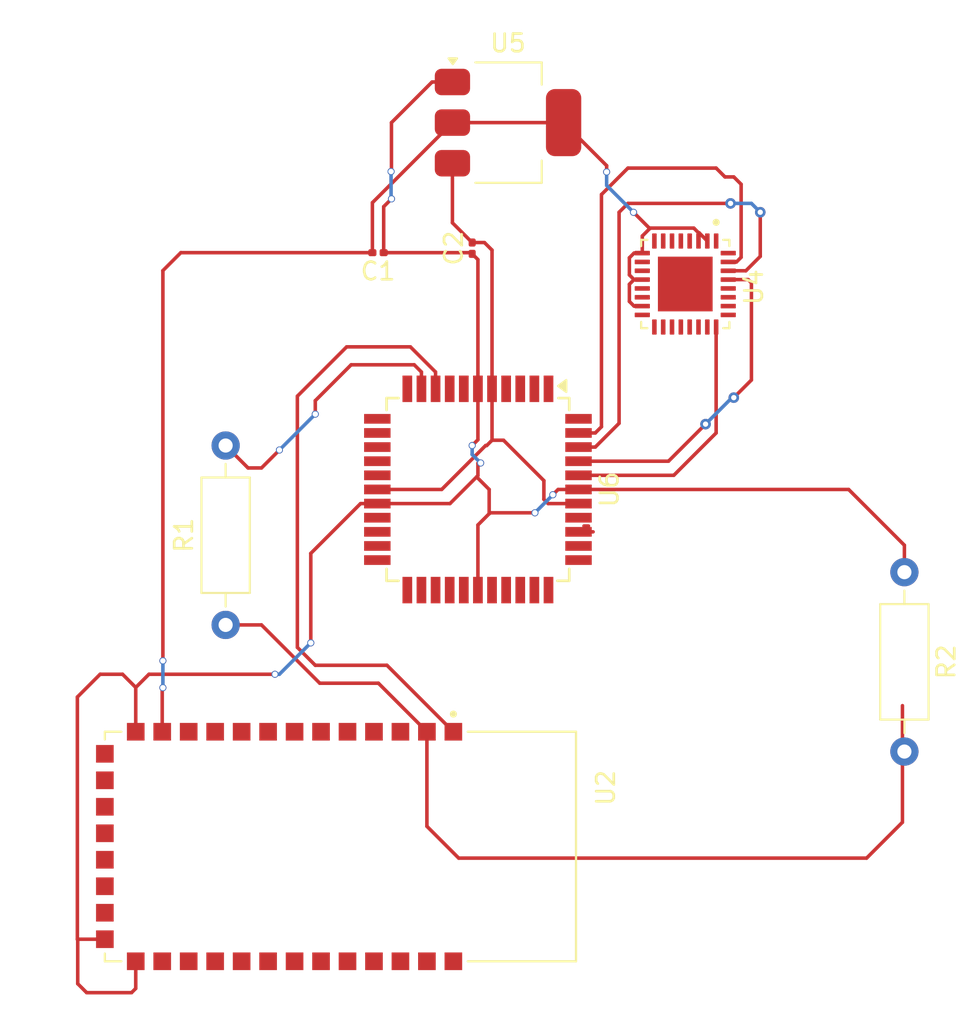
<source format=kicad_pcb>
(kicad_pcb (version 20241229) (generator "pcbnew") (generator_version "9.0")
  (layers (0 "F.Cu" signal) (2 "B.Cu" signal) (13 "F.Paste" user) (15 "B.Paste" user) (5 "F.SilkS" user "F.Silkscreen") (7 "B.SilkS" user "B.Silkscreen") (1 "F.Mask" user) (3 "B.Mask" user) (25 "Edge.Cuts" user))
  (net 0 "")
  (net 1 "GND")
  (net 2 "+3.3V")
  (net 3 "+5V")
  (net 4 "Net-(U6-PD1)")
  (net 5 "Net-(U2-RX)")
  (net 18 "Net-(U2-TX)")
  (net 34 "Net-(U3-DOUT)")
  (net 35 "Net-(U3-PD_SCK)")
  (net 47 "Net-(U4-D7{slash}SCL{slash}MISO{slash}TX)")
  (net 49 "Net-(U4-D5{slash}ADR_1{slash}SCK{slash}DTRQ)")
  (net 51 "Net-(U4-SDA{slash}NSS{slash}RX)")
  (net 59 "Net-(U4-D6{slash}ADR_0{slash}MOSI{slash}MX)")
  (footprint "Package_TO_SOT_SMD:SOT-223-3_TabPin2" (layer "F.Cu") (at 114.19 76.648)
    (property "Reference" "U5" (at 0 -4.5 0) (layer "F.SilkS"))
    (property "Value" "AMS1117-3.3")
    (fp_line (start -1.85 -3.41) (end 1.91 -3.41) (stroke (width 0.12)) (layer "F.SilkS"))
    (fp_line (start -1.85 3.41) (end 1.91 3.41) (stroke (width 0.12)) (layer "F.SilkS"))
    (fp_line (start 1.91 -3.41) (end 1.91 -2.15) (stroke (width 0.12)) (layer "F.SilkS"))
    (fp_line (start 1.91 3.41) (end 1.91 2.15) (stroke (width 0.12)) (layer "F.SilkS"))
    (fp_poly (pts (xy -3.13 -3.31) (xy -3.37 -3.64) (xy -2.89 -3.64) (xy -3.13 -3.31)) (stroke (width 0.12)) (fill yes) (layer "F.SilkS"))
    (pad "1" smd roundrect (at -3.15 -2.3) (size 2 1.5) (layers "F.Cu" "F.Mask" "F.Paste") (net 1 "GND"))
    (pad "2" smd roundrect (at -3.15 0) (size 2 1.5) (layers "F.Cu" "F.Mask" "F.Paste") (net 2 "+3.3V"))
    (pad "2" smd roundrect (at 3.15 0) (size 2 3.8) (layers "F.Cu" "F.Mask" "F.Paste") (net 2 "+3.3V"))
    (pad "3" smd roundrect (at -3.15 2.3) (size 2 1.5) (layers "F.Cu" "F.Mask" "F.Paste") (net 3 "+5V"))
  )
  (footprint "RC522:QFN50P500X500X100-33N" (layer "F.Cu") (at 124.234 85.789 -90)
    (property "Reference" "U4" (at 0.175 -3.885 90) (layer "F.SilkS"))
    (property "Value" "RC522")
    (fp_line (start -2.5 2.5) (end -2.15 2.5) (stroke (width 0.127)) (layer "F.SilkS"))
    (fp_line (start -2.5 2.5) (end -2.5 2.15) (stroke (width 0.127)) (layer "F.SilkS"))
    (fp_line (start 2.5 2.5) (end 2.15 2.5) (stroke (width 0.127)) (layer "F.SilkS"))
    (fp_line (start 2.5 2.5) (end 2.5 2.15) (stroke (width 0.127)) (layer "F.SilkS"))
    (fp_line (start -2.5 -2.5) (end -2.5 -2.15) (stroke (width 0.127)) (layer "F.SilkS"))
    (fp_line (start -2.5 -2.5) (end -2.15 -2.5) (stroke (width 0.127)) (layer "F.SilkS"))
    (fp_line (start 2.5 -2.5) (end 2.5 -2.15) (stroke (width 0.127)) (layer "F.SilkS"))
    (fp_line (start 2.5 -2.5) (end 2.15 -2.5) (stroke (width 0.127)) (layer "F.SilkS"))
    (fp_circle (center -3.495 -1.75) (end -3.395 -1.75) (stroke (width 0.2)) (fill no) (layer "F.SilkS"))
    (pad "1" smd roundrect (at -2.435 -1.75 270) (size 0.86 0.26) (layers "F.Cu" "F.Mask" "F.Paste") (roundrect_rratio 0.125))
    (pad "2" smd roundrect (at -2.435 -1.25 270) (size 0.86 0.26) (layers "F.Cu" "F.Mask" "F.Paste") (roundrect_rratio 0.125) (net 2 "+3.3V"))
    (pad "3" smd roundrect (at -2.435 -0.75 270) (size 0.86 0.26) (layers "F.Cu" "F.Mask" "F.Paste") (roundrect_rratio 0.125) (net 2 "+3.3V"))
    (pad "4" smd roundrect (at -2.435 -0.25 270) (size 0.86 0.26) (layers "F.Cu" "F.Mask" "F.Paste") (roundrect_rratio 0.125))
    (pad "5" smd roundrect (at -2.435 0.25 270) (size 0.86 0.26) (layers "F.Cu" "F.Mask" "F.Paste") (roundrect_rratio 0.125))
    (pad "6" smd roundrect (at -2.435 0.75 270) (size 0.86 0.26) (layers "F.Cu" "F.Mask" "F.Paste") (roundrect_rratio 0.125))
    (pad "7" smd roundrect (at -2.435 1.25 270) (size 0.86 0.26) (layers "F.Cu" "F.Mask" "F.Paste") (roundrect_rratio 0.125))
    (pad "8" smd roundrect (at -2.435 1.75 270) (size 0.86 0.26) (layers "F.Cu" "F.Mask" "F.Paste") (roundrect_rratio 0.125))
    (pad "9" smd roundrect (at -1.75 2.435 270) (size 0.26 0.86) (layers "F.Cu" "F.Mask" "F.Paste") (roundrect_rratio 0.125) (net 2 "+3.3V"))
    (pad "10" smd roundrect (at -1.25 2.435 270) (size 0.26 0.86) (layers "F.Cu" "F.Mask" "F.Paste") (roundrect_rratio 0.125))
    (pad "11" smd roundrect (at -0.75 2.435 270) (size 0.26 0.86) (layers "F.Cu" "F.Mask" "F.Paste") (roundrect_rratio 0.125))
    (pad "12" smd roundrect (at -0.25 2.435 270) (size 0.26 0.86) (layers "F.Cu" "F.Mask" "F.Paste") (roundrect_rratio 0.125) (net 2 "+3.3V"))
    (pad "13" smd roundrect (at 0.25 2.435 270) (size 0.26 0.86) (layers "F.Cu" "F.Mask" "F.Paste") (roundrect_rratio 0.125))
    (pad "14" smd roundrect (at 0.75 2.435 270) (size 0.26 0.86) (layers "F.Cu" "F.Mask" "F.Paste") (roundrect_rratio 0.125))
    (pad "15" smd roundrect (at 1.25 2.435 270) (size 0.26 0.86) (layers "F.Cu" "F.Mask" "F.Paste") (roundrect_rratio 0.125) (net 2 "+3.3V"))
    (pad "16" smd roundrect (at 1.75 2.435 270) (size 0.26 0.86) (layers "F.Cu" "F.Mask" "F.Paste") (roundrect_rratio 0.125))
    (pad "17" smd roundrect (at 2.435 1.75 270) (size 0.86 0.26) (layers "F.Cu" "F.Mask" "F.Paste") (roundrect_rratio 0.125))
    (pad "18" smd roundrect (at 2.435 1.25 270) (size 0.86 0.26) (layers "F.Cu" "F.Mask" "F.Paste") (roundrect_rratio 0.125))
    (pad "19" smd roundrect (at 2.435 0.75 270) (size 0.86 0.26) (layers "F.Cu" "F.Mask" "F.Paste") (roundrect_rratio 0.125))
    (pad "20" smd roundrect (at 2.435 0.25 270) (size 0.86 0.26) (layers "F.Cu" "F.Mask" "F.Paste") (roundrect_rratio 0.125))
    (pad "21" smd roundrect (at 2.435 -0.25 270) (size 0.86 0.26) (layers "F.Cu" "F.Mask" "F.Paste") (roundrect_rratio 0.125))
    (pad "22" smd roundrect (at 2.435 -0.75 270) (size 0.86 0.26) (layers "F.Cu" "F.Mask" "F.Paste") (roundrect_rratio 0.125))
    (pad "23" smd roundrect (at 2.435 -1.25 270) (size 0.86 0.26) (layers "F.Cu" "F.Mask" "F.Paste") (roundrect_rratio 0.125))
    (pad "24" smd roundrect (at 2.435 -1.75 270) (size 0.86 0.26) (layers "F.Cu" "F.Mask" "F.Paste") (roundrect_rratio 0.125) (net 51 "Net-(U4-SDA{slash}NSS{slash}RX)"))
    (pad "25" smd roundrect (at 1.75 -2.435 270) (size 0.26 0.86) (layers "F.Cu" "F.Mask" "F.Paste") (roundrect_rratio 0.125))
    (pad "26" smd roundrect (at 1.25 -2.435 270) (size 0.26 0.86) (layers "F.Cu" "F.Mask" "F.Paste") (roundrect_rratio 0.125))
    (pad "27" smd roundrect (at 0.75 -2.435 270) (size 0.26 0.86) (layers "F.Cu" "F.Mask" "F.Paste") (roundrect_rratio 0.125))
    (pad "28" smd roundrect (at 0.25 -2.435 270) (size 0.26 0.86) (layers "F.Cu" "F.Mask" "F.Paste") (roundrect_rratio 0.125))
    (pad "29" smd roundrect (at -0.25 -2.435 270) (size 0.26 0.86) (layers "F.Cu" "F.Mask" "F.Paste") (roundrect_rratio 0.125) (net 49 "Net-(U4-D5{slash}ADR_1{slash}SCK{slash}DTRQ)"))
    (pad "30" smd roundrect (at -0.75 -2.435 270) (size 0.26 0.86) (layers "F.Cu" "F.Mask" "F.Paste") (roundrect_rratio 0.125) (net 59 "Net-(U4-D6{slash}ADR_0{slash}MOSI{slash}MX)"))
    (pad "31" smd roundrect (at -1.25 -2.435 270) (size 0.26 0.86) (layers "F.Cu" "F.Mask" "F.Paste") (roundrect_rratio 0.125) (net 47 "Net-(U4-D7{slash}SCL{slash}MISO{slash}TX)"))
    (pad "32" smd roundrect (at -1.75 -2.435 270) (size 0.26 0.86) (layers "F.Cu" "F.Mask" "F.Paste") (roundrect_rratio 0.125))
    (pad "33" smd rect (at 0 0 270) (size 3.1 3.1) (layers "F.Cu" "F.Mask"))
  )
  (footprint "Capacitor_SMD:C_0201_0603Metric" (layer "F.Cu") (at 112.158 83.76 90)
    (property "Reference" "C2" (at 0 -1.05 90) (layer "F.SilkS"))
    (property "Value" "C_US")
    (pad "1" smd roundrect (at -0.32 0 90) (size 0.46 0.4) (layers "F.Cu" "F.Mask") (net 1 "GND"))
    (pad "2" smd roundrect (at 0.32 0 90) (size 0.46 0.4) (layers "F.Cu" "F.Mask") (net 3 "+5V"))
  )
  (footprint "Package_QFP:TQFP-44_10x10mm_P0.8mm" (layer "F.Cu") (at 112.484 97.424 -90)
    (property "Reference" "U6" (at 0 -7.45 90) (layer "F.SilkS"))
    (property "Value" "ATmega16A-A")
    (fp_line (start -5.175 5.175) (end -4.5 5.175) (stroke (width 0.15)) (layer "F.SilkS"))
    (fp_line (start -5.175 5.175) (end -5.175 4.5) (stroke (width 0.15)) (layer "F.SilkS"))
    (fp_line (start 5.175 5.175) (end 4.5 5.175) (stroke (width 0.15)) (layer "F.SilkS"))
    (fp_line (start 5.175 5.175) (end 5.175 4.5) (stroke (width 0.15)) (layer "F.SilkS"))
    (fp_line (start -5.175 -5.175) (end -5.175 -4.56) (stroke (width 0.15)) (layer "F.SilkS"))
    (fp_line (start -5.175 -5.175) (end -4.5 -5.175) (stroke (width 0.15)) (layer "F.SilkS"))
    (fp_line (start 5.175 -5.175) (end 5.175 -4.5) (stroke (width 0.15)) (layer "F.SilkS"))
    (fp_line (start 5.175 -5.175) (end 4.5 -5.175) (stroke (width 0.15)) (layer "F.SilkS"))
    (fp_poly (pts (xy -5.86 -4.54) (xy -6.2 -5.01) (xy -5.52 -5.01) (xy -5.86 -4.54)) (stroke (width 0.12)) (fill yes) (layer "F.SilkS"))
    (pad "1" smd rect (at -5.7 -4 270) (size 1.5 0.55) (layers "F.Cu" "F.Mask" "F.Paste"))
    (pad "2" smd rect (at -5.7 -3.2 270) (size 1.5 0.55) (layers "F.Cu" "F.Mask" "F.Paste"))
    (pad "3" smd rect (at -5.7 -2.4 270) (size 1.5 0.55) (layers "F.Cu" "F.Mask" "F.Paste"))
    (pad "4" smd rect (at -5.7 -1.6 270) (size 1.5 0.55) (layers "F.Cu" "F.Mask" "F.Paste"))
    (pad "5" smd rect (at -5.7 -0.8 270) (size 1.5 0.55) (layers "F.Cu" "F.Mask" "F.Paste") (net 3 "+5V"))
    (pad "6" smd rect (at -5.7 0 270) (size 1.5 0.55) (layers "F.Cu" "F.Mask" "F.Paste") (net 1 "GND"))
    (pad "7" smd rect (at -5.7 0.8 270) (size 1.5 0.55) (layers "F.Cu" "F.Mask" "F.Paste"))
    (pad "8" smd rect (at -5.7 1.6 270) (size 1.5 0.55) (layers "F.Cu" "F.Mask" "F.Paste"))
    (pad "9" smd rect (at -5.7 2.4 270) (size 1.5 0.55) (layers "F.Cu" "F.Mask" "F.Paste") (net 18 "Net-(U2-TX)"))
    (pad "10" smd rect (at -5.7 3.2 270) (size 1.5 0.55) (layers "F.Cu" "F.Mask" "F.Paste") (net 4 "Net-(U6-PD1)"))
    (pad "11" smd rect (at -5.7 4 270) (size 1.5 0.55) (layers "F.Cu" "F.Mask" "F.Paste"))
    (pad "12" smd rect (at -4 5.7) (size 1.5 0.55) (layers "F.Cu" "F.Mask" "F.Paste"))
    (pad "13" smd rect (at -3.2 5.7) (size 1.5 0.55) (layers "F.Cu" "F.Mask" "F.Paste"))
    (pad "14" smd rect (at -2.4 5.7) (size 1.5 0.55) (layers "F.Cu" "F.Mask" "F.Paste"))
    (pad "15" smd rect (at -1.6 5.7) (size 1.5 0.55) (layers "F.Cu" "F.Mask" "F.Paste"))
    (pad "16" smd rect (at -0.8 5.7) (size 1.5 0.55) (layers "F.Cu" "F.Mask" "F.Paste"))
    (pad "17" smd rect (at 0 5.7) (size 1.5 0.55) (layers "F.Cu" "F.Mask" "F.Paste") (net 3 "+5V"))
    (pad "18" smd rect (at 0.8 5.7) (size 1.5 0.55) (layers "F.Cu" "F.Mask" "F.Paste") (net 1 "GND"))
    (pad "19" smd rect (at 1.6 5.7) (size 1.5 0.55) (layers "F.Cu" "F.Mask" "F.Paste"))
    (pad "20" smd rect (at 2.4 5.7) (size 1.5 0.55) (layers "F.Cu" "F.Mask" "F.Paste"))
    (pad "21" smd rect (at 3.2 5.7) (size 1.5 0.55) (layers "F.Cu" "F.Mask" "F.Paste"))
    (pad "22" smd rect (at 4 5.7) (size 1.5 0.55) (layers "F.Cu" "F.Mask" "F.Paste"))
    (pad "23" smd rect (at 5.7 4 270) (size 1.5 0.55) (layers "F.Cu" "F.Mask" "F.Paste"))
    (pad "24" smd rect (at 5.7 3.2 270) (size 1.5 0.55) (layers "F.Cu" "F.Mask" "F.Paste"))
    (pad "25" smd rect (at 5.7 2.4 270) (size 1.5 0.55) (layers "F.Cu" "F.Mask" "F.Paste"))
    (pad "26" smd rect (at 5.7 1.6 270) (size 1.5 0.55) (layers "F.Cu" "F.Mask" "F.Paste"))
    (pad "27" smd rect (at 5.7 0.8 270) (size 1.5 0.55) (layers "F.Cu" "F.Mask" "F.Paste"))
    (pad "28" smd rect (at 5.7 0 270) (size 1.5 0.55) (layers "F.Cu" "F.Mask" "F.Paste") (net 1 "GND"))
    (pad "29" smd rect (at 5.7 -0.8 270) (size 1.5 0.55) (layers "F.Cu" "F.Mask" "F.Paste"))
    (pad "30" smd rect (at 5.7 -1.6 270) (size 1.5 0.55) (layers "F.Cu" "F.Mask" "F.Paste"))
    (pad "31" smd rect (at 5.7 -2.4 270) (size 1.5 0.55) (layers "F.Cu" "F.Mask" "F.Paste"))
    (pad "32" smd rect (at 5.7 -3.2 270) (size 1.5 0.55) (layers "F.Cu" "F.Mask" "F.Paste"))
    (pad "33" smd rect (at 5.7 -4 270) (size 1.5 0.55) (layers "F.Cu" "F.Mask" "F.Paste"))
    (pad "34" smd rect (at 4 -5.7) (size 1.5 0.55) (layers "F.Cu" "F.Mask" "F.Paste"))
    (pad "35" smd rect (at 3.2 -5.7) (size 1.5 0.55) (layers "F.Cu" "F.Mask" "F.Paste"))
    (pad "36" smd rect (at 2.4 -5.7) (size 1.5 0.55) (layers "F.Cu" "F.Mask" "F.Paste") (net 34 "Net-(U3-DOUT)"))
    (pad "37" smd rect (at 1.6 -5.7) (size 1.5 0.55) (layers "F.Cu" "F.Mask" "F.Paste") (net 35 "Net-(U3-PD_SCK)"))
    (pad "38" smd rect (at 0.8 -5.7) (size 1.5 0.55) (layers "F.Cu" "F.Mask" "F.Paste") (net 3 "+5V"))
    (pad "39" smd rect (at 0 -5.7) (size 1.5 0.55) (layers "F.Cu" "F.Mask" "F.Paste") (net 1 "GND"))
    (pad "40" smd rect (at -0.8 -5.7) (size 1.5 0.55) (layers "F.Cu" "F.Mask" "F.Paste") (net 51 "Net-(U4-SDA{slash}NSS{slash}RX)"))
    (pad "41" smd rect (at -1.6 -5.7) (size 1.5 0.55) (layers "F.Cu" "F.Mask" "F.Paste") (net 49 "Net-(U4-D5{slash}ADR_1{slash}SCK{slash}DTRQ)"))
    (pad "42" smd rect (at -2.4 -5.7) (size 1.5 0.55) (layers "F.Cu" "F.Mask" "F.Paste") (net 59 "Net-(U4-D6{slash}ADR_0{slash}MOSI{slash}MX)"))
    (pad "43" smd rect (at -3.2 -5.7) (size 1.5 0.55) (layers "F.Cu" "F.Mask" "F.Paste") (net 47 "Net-(U4-D7{slash}SCL{slash}MISO{slash}TX)"))
    (pad "44" smd rect (at -4 -5.7) (size 1.5 0.55) (layers "F.Cu" "F.Mask" "F.Paste"))
  )
  (footprint "Resistor_THT:R_Axial_DIN0207_L6.3mm_D2.5mm_P10.16mm_Horizontal" (layer "F.Cu") (at 136.652 102.108 -90)
    (property "Reference" "R2" (at 5.08 -2.37 90) (layer "F.SilkS"))
    (property "Value" "3300")
    (fp_line (start 1.81 1.37) (end 8.35 1.37) (stroke (width 0.12)) (layer "F.SilkS"))
    (fp_line (start 8.35 1.37) (end 8.35 -1.37) (stroke (width 0.12)) (layer "F.SilkS"))
    (fp_line (start 1.04 0) (end 1.81 0) (stroke (width 0.12)) (layer "F.SilkS"))
    (fp_line (start 9.12 0) (end 8.35 0) (stroke (width 0.12)) (layer "F.SilkS"))
    (fp_line (start 1.81 -1.37) (end 1.81 1.37) (stroke (width 0.12)) (layer "F.SilkS"))
    (fp_line (start 8.35 -1.37) (end 1.81 -1.37) (stroke (width 0.12)) (layer "F.SilkS"))
    (pad "1" thru_hole circle (at 0 0 270) (size 1.6 1.6) (drill 0.8) (layers "*.Cu" "*.Mask") (net 1 "GND"))
    (pad "2" thru_hole oval (at 10.16 0 270) (size 1.6 1.6) (drill 0.8) (layers "*.Cu" "*.Mask") (net 5 "Net-(U2-RX)"))
  )
  (footprint "Resistor_THT:R_Axial_DIN0207_L6.3mm_D2.5mm_P10.16mm_Horizontal" (layer "F.Cu") (at 98.188 105.096 90)
    (property "Reference" "R1" (at 5.08 -2.37 90) (layer "F.SilkS"))
    (property "Value" "1800")
    (fp_line (start 8.35 -1.37) (end 1.81 -1.37) (stroke (width 0.12)) (layer "F.SilkS"))
    (fp_line (start 1.81 -1.37) (end 1.81 1.37) (stroke (width 0.12)) (layer "F.SilkS"))
    (fp_line (start 9.12 0) (end 8.35 0) (stroke (width 0.12)) (layer "F.SilkS"))
    (fp_line (start 1.04 0) (end 1.81 0) (stroke (width 0.12)) (layer "F.SilkS"))
    (fp_line (start 8.35 1.37) (end 8.35 -1.37) (stroke (width 0.12)) (layer "F.SilkS"))
    (fp_line (start 1.81 1.37) (end 8.35 1.37) (stroke (width 0.12)) (layer "F.SilkS"))
    (pad "1" thru_hole circle (at 0 0 90) (size 1.6 1.6) (drill 0.8) (layers "*.Cu" "*.Mask") (net 5 "Net-(U2-RX)"))
    (pad "2" thru_hole oval (at 10.16 0 90) (size 1.6 1.6) (drill 0.8) (layers "*.Cu" "*.Mask") (net 4 "Net-(U6-PD1)"))
  )
  (footprint "BLUETOOTH-SERIAL-HC-06 (1):XCVR_BLUETOOTH-SERIAL-HC-06" (layer "F.Cu") (at 104.594 117.646 -90)
    (property "Reference" "U2" (at -3.325 -15.135 90) (layer "F.SilkS"))
    (property "Value" "BLUETOOTH-SERIAL-HC-06")
    (fp_line (start -6.5 13.25) (end -6.0635 13.25) (stroke (width 0.127)) (layer "F.SilkS"))
    (fp_line (start 6.0635 13.25) (end 6.5 13.25) (stroke (width 0.127)) (layer "F.SilkS"))
    (fp_line (start 6.5 13.25) (end 6.5 12.3135) (stroke (width 0.127)) (layer "F.SilkS"))
    (fp_line (start -6.5 12.3135) (end -6.5 13.25) (stroke (width 0.127)) (layer "F.SilkS"))
    (fp_line (start -6.5 -7.3135) (end -6.5 -13.45) (stroke (width 0.127)) (layer "F.SilkS"))
    (fp_line (start -6.5 -13.45) (end 6.5 -13.45) (stroke (width 0.127)) (layer "F.SilkS"))
    (fp_line (start 6.5 -13.45) (end 6.5 -7.3135) (stroke (width 0.127)) (layer "F.SilkS"))
    (fp_circle (center -7.5 -6.5) (end -7.4 -6.5) (stroke (width 0.2)) (fill no) (layer "F.SilkS"))
    (pad "1" smd rect (at -6.5 -6.5 270) (size 1 1) (layers "F.Cu" "F.Mask" "F.Paste") (net 18 "Net-(U2-TX)"))
    (pad "2" smd rect (at -6.5 -5 270) (size 1 1) (layers "F.Cu" "F.Mask" "F.Paste") (net 5 "Net-(U2-RX)"))
    (pad "3" smd rect (at -6.5 -3.5 270) (size 1 1) (layers "F.Cu" "F.Mask" "F.Paste"))
    (pad "4" smd rect (at -6.5 -2 270) (size 1 1) (layers "F.Cu" "F.Mask" "F.Paste"))
    (pad "5" smd rect (at -6.5 -0.5 270) (size 1 1) (layers "F.Cu" "F.Mask" "F.Paste"))
    (pad "6" smd rect (at -6.5 1 270) (size 1 1) (layers "F.Cu" "F.Mask" "F.Paste"))
    (pad "7" smd rect (at -6.5 2.5 270) (size 1 1) (layers "F.Cu" "F.Mask" "F.Paste"))
    (pad "8" smd rect (at -6.5 4 270) (size 1 1) (layers "F.Cu" "F.Mask" "F.Paste"))
    (pad "9" smd rect (at -6.5 5.5 270) (size 1 1) (layers "F.Cu" "F.Mask" "F.Paste"))
    (pad "10" smd rect (at -6.5 7 270) (size 1 1) (layers "F.Cu" "F.Mask" "F.Paste"))
    (pad "11" smd rect (at -6.5 8.5 270) (size 1 1) (layers "F.Cu" "F.Mask" "F.Paste"))
    (pad "12" smd rect (at -6.5 10 270) (size 1 1) (layers "F.Cu" "F.Mask" "F.Paste") (net 2 "+3.3V"))
    (pad "13" smd rect (at -6.5 11.5 270) (size 1 1) (layers "F.Cu" "F.Mask" "F.Paste") (net 1 "GND"))
    (pad "14" smd rect (at -5.25 13.25 270) (size 1 1) (layers "F.Cu" "F.Mask" "F.Paste"))
    (pad "15" smd rect (at -3.75 13.25 270) (size 1 1) (layers "F.Cu" "F.Mask" "F.Paste"))
    (pad "16" smd rect (at -2.25 13.25 270) (size 1 1) (layers "F.Cu" "F.Mask" "F.Paste"))
    (pad "17" smd rect (at -0.75 13.25 270) (size 1 1) (layers "F.Cu" "F.Mask" "F.Paste"))
    (pad "18" smd rect (at 0.75 13.25 270) (size 1 1) (layers "F.Cu" "F.Mask" "F.Paste"))
    (pad "19" smd rect (at 2.25 13.25 270) (size 1 1) (layers "F.Cu" "F.Mask" "F.Paste"))
    (pad "20" smd rect (at 3.75 13.25 270) (size 1 1) (layers "F.Cu" "F.Mask" "F.Paste"))
    (pad "21" smd rect (at 5.25 13.25 270) (size 1 1) (layers "F.Cu" "F.Mask" "F.Paste") (net 1 "GND"))
    (pad "22" smd rect (at 6.5 11.5 270) (size 1 1) (layers "F.Cu" "F.Mask" "F.Paste") (net 1 "GND"))
    (pad "23" smd rect (at 6.5 10 270) (size 1 1) (layers "F.Cu" "F.Mask" "F.Paste"))
    (pad "24" smd rect (at 6.5 8.5 270) (size 1 1) (layers "F.Cu" "F.Mask" "F.Paste"))
    (pad "25" smd rect (at 6.5 7 270) (size 1 1) (layers "F.Cu" "F.Mask" "F.Paste"))
    (pad "26" smd rect (at 6.5 5.5 270) (size 1 1) (layers "F.Cu" "F.Mask" "F.Paste"))
    (pad "27" smd rect (at 6.5 4 270) (size 1 1) (layers "F.Cu" "F.Mask" "F.Paste"))
    (pad "28" smd rect (at 6.5 2.5 270) (size 1 1) (layers "F.Cu" "F.Mask" "F.Paste"))
    (pad "29" smd rect (at 6.5 1 270) (size 1 1) (layers "F.Cu" "F.Mask" "F.Paste"))
    (pad "30" smd rect (at 6.5 -0.5 270) (size 1 1) (layers "F.Cu" "F.Mask" "F.Paste"))
    (pad "31" smd rect (at 6.5 -2 270) (size 1 1) (layers "F.Cu" "F.Mask" "F.Paste"))
    (pad "32" smd rect (at 6.5 -3.5 270) (size 1 1) (layers "F.Cu" "F.Mask" "F.Paste"))
    (pad "33" smd rect (at 6.5 -5 270) (size 1 1) (layers "F.Cu" "F.Mask" "F.Paste"))
    (pad "34" smd rect (at 6.5 -6.5 270) (size 1 1) (layers "F.Cu" "F.Mask" "F.Paste"))
  )
  (footprint "Capacitor_SMD:C_0201_0603Metric" (layer "F.Cu") (at 106.824 84.014 180)
    (property "Reference" "C1" (at 0 -1.05 0) (layer "F.SilkS"))
    (property "Value" "C_US")
    (pad "1" smd roundrect (at -0.32 0 180) (size 0.46 0.4) (layers "F.Cu" "F.Mask") (net 1 "GND"))
    (pad "2" smd roundrect (at 0.32 0 180) (size 0.46 0.4) (layers "F.Cu" "F.Mask") (net 2 "+3.3V"))
  )
  (segment (start 93.094 108.638) (end 93.094 111.146) (width 0.2) (layer "F.Cu") (net 1))
  (segment (start 107.586 76.648) (end 107.586 79.394892) (width 0.2) (layer "F.Cu") (net 1))
  (segment (start 112.484 95.9391) (end 112.484 96.642) (width 0.2) (layer "F.Cu") (net 1))
  (segment (start 103.014 101.044) (end 103.014 106.112) (width 0.2) (layer "F.Cu") (net 1))
  (segment (start 133.492 97.424) (end 136.652 100.584) (width 0.2) (layer "F.Cu") (net 1))
  (segment (start 107.144 84.014) (end 112.092 84.014) (width 0.2) (layer "F.Cu") (net 1))
  (segment (start 112.484 91.724) (end 112.484 94.61) (width 0.2) (layer "F.Cu") (net 1))
  (segment (start 112.484 84.406) (end 112.158 84.08) (width 0.2) (layer "F.Cu") (net 1))
  (segment (start 112.484 99.436) (end 112.484 103.124) (width 0.2) (layer "F.Cu") (net 1))
  (segment (start 89.786 122.896) (end 89.786 109.18) (width 0.2) (layer "F.Cu") (net 1))
  (segment (start 107.586 80.966) (end 107.144 81.408) (width 0.2) (layer "F.Cu") (net 1))
  (segment (start 106.784 98.224) (end 105.834 98.224) (width 0.2) (layer "F.Cu") (net 1))
  (segment (start 112.484 94.61) (end 112.158 94.936) (width 0.2) (layer "F.Cu") (net 1))
  (segment (start 112.412 96.714) (end 112.484 96.642) (width 0.2) (layer "F.Cu") (net 1))
  (segment (start 89.806 122.916) (end 89.786 122.896) (width 0.2) (layer "F.Cu") (net 1))
  (segment (start 110.902 98.224) (end 106.784 98.224) (width 0.2) (layer "F.Cu") (net 1))
  (segment (start 89.786 109.18) (end 91.076 107.89) (width 0.2) (layer "F.Cu") (net 1))
  (segment (start 113.122 98.798) (end 112.484 99.436) (width 0.2) (layer "F.Cu") (net 1))
  (segment (start 89.806 125.416) (end 89.806 122.916) (width 0.2) (layer "F.Cu") (net 1))
  (segment (start 113.122 97.424) (end 112.412 96.714) (width 0.2) (layer "F.Cu") (net 1))
  (segment (start 93.094 125.684) (end 92.854 125.924) (width 0.2) (layer "F.Cu") (net 1))
  (segment (start 136.652 100.584) (end 136.652 102.108) (width 0.2) (layer "F.Cu") (net 1))
  (segment (start 107.586 79.394892) (end 107.562446 79.418446) (width 0.2) (layer "F.Cu") (net 1))
  (segment (start 89.786 122.896) (end 91.344 122.896) (width 0.2) (layer "F.Cu") (net 1))
  (segment (start 111.04 74.348) (end 109.886 74.348) (width 0.2) (layer "F.Cu") (net 1))
  (segment (start 91.076 107.89) (end 92.346 107.89) (width 0.2) (layer "F.Cu") (net 1))
  (segment (start 113.122 97.424) (end 113.122 98.798) (width 0.2) (layer "F.Cu") (net 1))
  (segment (start 107.144 81.408) (end 107.144 84.014) (width 0.2) (layer "F.Cu") (net 1))
  (segment (start 112.498546 95.924554) (end 112.484 95.9391) (width 0.2) (layer "F.Cu") (net 1))
  (segment (start 92.346 107.89) (end 93.094 108.638) (width 0.2) (layer "F.Cu") (net 1))
  (segment (start 100.982 107.89) (end 93.842 107.89) (width 0.2) (layer "F.Cu") (net 1))
  (segment (start 118.184 97.424) (end 117.03 97.424) (width 0.2) (layer "F.Cu") (net 1))
  (segment (start 118.184 97.424) (end 133.492 97.424) (width 0.2) (layer "F.Cu") (net 1))
  (segment (start 109.886 74.348) (end 107.586 76.648) (width 0.2) (layer "F.Cu") (net 1))
  (segment (start 93.842 107.89) (end 93.094 108.638) (width 0.2) (layer "F.Cu") (net 1))
  (segment (start 112.412 96.714) (end 110.902 98.224) (width 0.2) (layer "F.Cu") (net 1))
  (segment (start 117.03 97.424) (end 116.73 97.724) (width 0.2) (layer "F.Cu") (net 1))
  (segment (start 105.834 98.224) (end 103.014 101.044) (width 0.2) (layer "F.Cu") (net 1))
  (segment (start 90.314 125.924) (end 89.806 125.416) (width 0.2) (layer "F.Cu") (net 1))
  (segment (start 93.094 124.146) (end 93.094 125.684) (width 0.2) (layer "F.Cu") (net 1))
  (segment (start 112.638554 95.924554) (end 112.498546 95.924554) (width 0.2) (layer "F.Cu") (net 1))
  (segment (start 115.714 98.746) (end 113.174 98.746) (width 0.2) (layer "F.Cu") (net 1))
  (segment (start 113.174 98.746) (end 113.122 98.798) (width 0.2) (layer "F.Cu") (net 1))
  (segment (start 112.092 84.014) (end 112.158 84.08) (width 0.2) (layer "F.Cu") (net 1))
  (segment (start 112.484 91.724) (end 112.484 84.406) (width 0.2) (layer "F.Cu") (net 1))
  (segment (start 92.854 125.924) (end 90.314 125.924) (width 0.2) (layer "F.Cu") (net 1))
  (via (at 107.562446 79.418446) (size 0.4) (drill 0.3) (layers "F.Cu" "B.Cu") (net 1))
  (via (at 112.158 94.936) (size 0.4) (drill 0.3) (layers "F.Cu" "B.Cu") (net 1))
  (via (at 116.73 97.724) (size 0.4) (drill 0.3) (layers "F.Cu" "B.Cu") (net 1))
  (via (at 107.586 80.966) (size 0.4) (drill 0.3) (layers "F.Cu" "B.Cu") (net 1))
  (via (at 115.714 98.746) (size 0.4) (drill 0.3) (layers "F.Cu" "B.Cu") (net 1))
  (via (at 103.014 106.112) (size 0.4) (drill 0.3) (layers "F.Cu" "B.Cu") (net 1))
  (via (at 100.982 107.89) (size 0.4) (drill 0.3) (layers "F.Cu" "B.Cu") (net 1))
  (via (at 112.638554 95.924554) (size 0.4) (drill 0.3) (layers "F.Cu" "B.Cu") (net 1))
  (segment (start 101.236 107.89) (end 100.982 107.89) (width 0.2) (layer "B.Cu") (net 1))
  (segment (start 116.73 97.724) (end 116.73 97.73) (width 0.2) (layer "B.Cu") (net 1))
  (segment (start 107.562446 79.418446) (end 107.562446 80.942446) (width 0.2) (layer "B.Cu") (net 1))
  (segment (start 116.73 97.73) (end 115.714 98.746) (width 0.2) (layer "B.Cu") (net 1))
  (segment (start 112.158 95.444) (end 112.638554 95.924554) (width 0.2) (layer "B.Cu") (net 1))
  (segment (start 103.014 106.112) (end 101.236 107.89) (width 0.2) (layer "B.Cu") (net 1))
  (segment (start 107.562446 80.942446) (end 107.586 80.966) (width 0.2) (layer "B.Cu") (net 1))
  (segment (start 112.158 94.936) (end 112.158 95.444) (width 0.2) (layer "B.Cu") (net 1))
  (segment (start 121.799 84.039) (end 121.799 83.071458) (width 0.2) (layer "F.Cu") (net 2))
  (segment (start 124.984 82.886458) (end 124.984 83.354) (width 0.2) (layer "F.Cu") (net 2))
  (segment (start 94.632 108.652) (end 94.594 108.69) (width 0.2) (layer "F.Cu") (net 2))
  (segment (start 121.331458 87.039) (end 121.799 87.039) (width 0.2) (layer "F.Cu") (net 2))
  (segment (start 122.197 82.623) (end 121.302 81.728) (width 0.2) (layer "F.Cu") (net 2))
  (segment (start 121.068 85.275542) (end 121.068 84.302458) (width 0.2) (layer "F.Cu") (net 2))
  (segment (start 125.016458 82.886458) (end 125.484 83.354) (width 0.2) (layer "F.Cu") (net 2))
  (segment (start 94.594 108.69) (end 94.594 111.146) (width 0.2) (layer "F.Cu") (net 2))
  (segment (start 121.068 86.775542) (end 121.068 85.802458) (width 0.2) (layer "F.Cu") (net 2))
  (segment (start 124.720542 82.623) (end 124.984 82.886458) (width 0.2) (layer "F.Cu") (net 2))
  (segment (start 95.648 84.014) (end 106.504 84.014) (width 0.2) (layer "F.Cu") (net 2))
  (segment (start 121.799 83.071458) (end 122.247458 82.623) (width 0.2) (layer "F.Cu") (net 2))
  (segment (start 121.068 84.302458) (end 121.331458 84.039) (width 0.2) (layer "F.Cu") (net 2))
  (segment (start 94.632 85.03) (end 95.648 84.014) (width 0.2) (layer "F.Cu") (net 2))
  (segment (start 121.331458 85.539) (end 121.068 85.275542) (width 0.2) (layer "F.Cu") (net 2))
  (segment (start 124.984 82.886458) (end 125.016458 82.886458) (width 0.2) (layer "F.Cu") (net 2))
  (segment (start 106.504 81.184) (end 106.504 84.014) (width 0.2) (layer "F.Cu") (net 2))
  (segment (start 121.331458 84.039) (end 121.799 84.039) (width 0.2) (layer "F.Cu") (net 2))
  (segment (start 117.34 76.648) (end 111.04 76.648) (width 0.2) (layer "F.Cu") (net 2))
  (segment (start 111.04 76.648) (end 106.504 81.184) (width 0.2) (layer "F.Cu") (net 2))
  (segment (start 121.799 85.539) (end 121.331458 85.539) (width 0.2) (layer "F.Cu") (net 2))
  (segment (start 119.778 79.086) (end 117.34 76.648) (width 0.2) (layer "F.Cu") (net 2))
  (segment (start 122.247458 82.623) (end 122.197 82.623) (width 0.2) (layer "F.Cu") (net 2))
  (segment (start 119.778 79.442) (end 119.778 79.086) (width 0.2) (layer "F.Cu") (net 2))
  (segment (start 121.068 85.802458) (end 121.331458 85.539) (width 0.2) (layer "F.Cu") (net 2))
  (segment (start 122.247458 82.623) (end 124.720542 82.623) (width 0.2) (layer "F.Cu") (net 2))
  (segment (start 94.632 107.128) (end 94.632 85.03) (width 0.2) (layer "F.Cu") (net 2))
  (segment (start 121.331458 87.039) (end 121.068 86.775542) (width 0.2) (layer "F.Cu") (net 2))
  (via (at 94.632 107.128) (size 0.4) (drill 0.3) (layers "F.Cu" "B.Cu") (net 2))
  (via (at 119.778 79.442) (size 0.4) (drill 0.3) (layers "F.Cu" "B.Cu") (net 2))
  (via (at 94.632 108.652) (size 0.4) (drill 0.3) (layers "F.Cu" "B.Cu") (net 2))
  (via (at 121.302 81.728) (size 0.4) (drill 0.3) (layers "F.Cu" "B.Cu") (net 2))
  (segment (start 121.302 81.728) (end 119.778 80.204) (width 0.2) (layer "B.Cu") (net 2))
  (segment (start 94.632 107.128) (end 94.632 108.652) (width 0.2) (layer "B.Cu") (net 2))
  (segment (start 119.778 80.204) (end 119.778 79.442) (width 0.2) (layer "B.Cu") (net 2))
  (segment (start 111.04 78.948) (end 111.04 82.322) (width 0.2) (layer "F.Cu") (net 3))
  (segment (start 113.284 94.636) (end 113.934 94.636) (width 0.2) (layer "F.Cu") (net 3))
  (segment (start 116.222 97.984) (end 116.462 98.224) (width 0.2) (layer "F.Cu") (net 3))
  (segment (start 113.284 83.87) (end 112.854 83.44) (width 0.2) (layer "F.Cu") (net 3))
  (segment (start 116.462 98.224) (end 118.184 98.224) (width 0.2) (layer "F.Cu") (net 3))
  (segment (start 113.284 91.724) (end 113.284 83.87) (width 0.2) (layer "F.Cu") (net 3))
  (segment (start 116.222 96.924) (end 116.222 97.984) (width 0.2) (layer "F.Cu") (net 3))
  (segment (start 112.854 83.44) (end 112.158 83.44) (width 0.2) (layer "F.Cu") (net 3))
  (segment (start 111.04 82.322) (end 112.158 83.44) (width 0.2) (layer "F.Cu") (net 3))
  (segment (start 113.284 94.636) (end 112.984 94.936) (width 0.2) (layer "F.Cu") (net 3))
  (segment (start 113.934 94.636) (end 116.222 96.924) (width 0.2) (layer "F.Cu") (net 3))
  (segment (start 112.92 94.936) (end 110.432 97.424) (width 0.2) (layer "F.Cu") (net 3))
  (segment (start 112.984 94.936) (end 112.92 94.936) (width 0.2) (layer "F.Cu") (net 3))
  (segment (start 110.432 97.424) (end 106.784 97.424) (width 0.2) (layer "F.Cu") (net 3))
  (segment (start 113.284 94.636) (end 113.284 91.724) (width 0.2) (layer "F.Cu") (net 3))
  (segment (start 109.284 90.774) (end 108.874 90.364) (width 0.2) (layer "F.Cu") (net 4))
  (segment (start 103.268 92.396) (end 103.268 93.158) (width 0.2) (layer "F.Cu") (net 4))
  (segment (start 109.284 91.724) (end 109.284 90.774) (width 0.2) (layer "F.Cu") (net 4))
  (segment (start 100.22 96.206) (end 99.458 96.206) (width 0.2) (layer "F.Cu") (net 4))
  (segment (start 99.458 96.206) (end 98.188 94.936) (width 0.2) (layer "F.Cu") (net 4))
  (segment (start 108.874 90.364) (end 105.3 90.364) (width 0.2) (layer "F.Cu") (net 4))
  (segment (start 101.236 95.19) (end 100.22 96.206) (width 0.2) (layer "F.Cu") (net 4))
  (segment (start 105.3 90.364) (end 103.268 92.396) (width 0.2) (layer "F.Cu") (net 4))
  (via (at 101.236 95.19) (size 0.4) (drill 0.3) (layers "F.Cu" "B.Cu") (net 4))
  (via (at 103.268 93.158) (size 0.4) (drill 0.3) (layers "F.Cu" "B.Cu") (net 4))
  (segment (start 103.268 93.158) (end 101.236 95.19) (width 0.2) (layer "B.Cu") (net 4))
  (segment (start 109.594 111.146) (end 109.594 116.502) (width 0.2) (layer "F.Cu") (net 5))
  (segment (start 103.522 108.398) (end 100.22 105.096) (width 0.2) (layer "F.Cu") (net 5))
  (segment (start 111.396 118.304) (end 134.51 118.304) (width 0.2) (layer "F.Cu") (net 5))
  (segment (start 109.594 116.502) (end 111.396 118.304) (width 0.2) (layer "F.Cu") (net 5))
  (segment (start 136.542 116.272) (end 136.542 109.668) (width 0.2) (layer "F.Cu") (net 5))
  (segment (start 109.594 111.146) (end 106.846 108.398) (width 0.2) (layer "F.Cu") (net 5))
  (segment (start 100.22 105.096) (end 98.188 105.096) (width 0.2) (layer "F.Cu") (net 5))
  (segment (start 106.846 108.398) (end 103.522 108.398) (width 0.2) (layer "F.Cu") (net 5))
  (segment (start 134.51 118.304) (end 136.542 116.272) (width 0.2) (layer "F.Cu") (net 5))
  (segment (start 110.084 90.774) (end 110.084 91.724) (width 0.2) (layer "F.Cu") (net 18))
  (segment (start 107.33 107.382) (end 103.268 107.382) (width 0.2) (layer "F.Cu") (net 18))
  (segment (start 102.252 106.366) (end 102.252 92.142) (width 0.2) (layer "F.Cu") (net 18))
  (segment (start 111.094 111.146) (end 107.33 107.382) (width 0.2) (layer "F.Cu") (net 18))
  (segment (start 108.658 89.348) (end 110.084 90.774) (width 0.2) (layer "F.Cu") (net 18))
  (segment (start 105.046 89.348) (end 108.658 89.348) (width 0.2) (layer "F.Cu") (net 18))
  (segment (start 102.252 92.142) (end 105.046 89.348) (width 0.2) (layer "F.Cu") (net 18))
  (segment (start 103.268 107.382) (end 102.252 106.366) (width 0.2) (layer "F.Cu") (net 18))
  (segment (start 118.184 99.824) (end 119.011 99.824) (width 0.2) (layer "F.Cu") (net 34))
  (segment (start 118.495 99.494) (end 118.749 99.494) (width 0.2) (layer "F.Cu") (net 34))
  (segment (start 119.484 80.724) (end 120.984 79.224) (width 0.2) (layer "F.Cu") (net 47))
  (segment (start 126.984 79.724) (end 127.4 80.14) (width 0.2) (layer "F.Cu") (net 47))
  (segment (start 127.4 80.14) (end 127.4 84.275542) (width 0.2) (layer "F.Cu") (net 47))
  (segment (start 119.134 94.224) (end 119.484 93.874) (width 0.2) (layer "F.Cu") (net 47))
  (segment (start 120.984 79.224) (end 125.984 79.224) (width 0.2) (layer "F.Cu") (net 47))
  (segment (start 119.484 93.874) (end 119.484 80.724) (width 0.2) (layer "F.Cu") (net 47))
  (segment (start 118.184 94.224) (end 119.134 94.224) (width 0.2) (layer "F.Cu") (net 47))
  (segment (start 125.984 79.224) (end 126.484 79.724) (width 0.2) (layer "F.Cu") (net 47))
  (segment (start 126.484 79.724) (end 126.984 79.724) (width 0.2) (layer "F.Cu") (net 47))
  (segment (start 127.136542 84.539) (end 126.669 84.539) (width 0.2) (layer "F.Cu") (net 47))
  (segment (start 127.4 84.275542) (end 127.136542 84.539) (width 0.2) (layer "F.Cu") (net 47))
  (segment (start 123.284 95.824) (end 125.384 93.724) (width 0.2) (layer "F.Cu") (net 49))
  (segment (start 127.799 85.539) (end 126.669 85.539) (width 0.2) (layer "F.Cu") (net 49))
  (segment (start 118.184 95.824) (end 123.284 95.824) (width 0.2) (layer "F.Cu") (net 49))
  (segment (start 127.984 91.224) (end 127.984 85.724) (width 0.2) (layer "F.Cu") (net 49))
  (segment (start 127.984 85.724) (end 127.799 85.539) (width 0.2) (layer "F.Cu") (net 49))
  (segment (start 126.984 92.224) (end 127.984 91.224) (width 0.2) (layer "F.Cu") (net 49))
  (via (at 126.984 92.224) (size 0.6) (drill 0.3) (layers "F.Cu" "B.Cu") (net 49))
  (via (at 125.384 93.724) (size 0.6) (drill 0.3) (layers "F.Cu" "B.Cu") (net 49))
  (segment (start 125.384 93.724) (end 126.884 92.224) (width 0.2) (layer "B.Cu") (net 49))
  (segment (start 126.884 92.224) (end 126.984 92.224) (width 0.2) (layer "B.Cu") (net 49))
  (segment (start 125.984 94.224) (end 125.984 88.224) (width 0.2) (layer "F.Cu") (net 51))
  (segment (start 118.184 96.624) (end 123.584 96.624) (width 0.2) (layer "F.Cu") (net 51))
  (segment (start 123.584 96.624) (end 125.984 94.224) (width 0.2) (layer "F.Cu") (net 51))
  (segment (start 119.134 95.024) (end 120.484 93.674) (width 0.2) (layer "F.Cu") (net 59))
  (segment (start 128.484 84.224) (end 127.669 85.039) (width 0.2) (layer "F.Cu") (net 59))
  (segment (start 128.484 81.724) (end 128.484 84.224) (width 0.2) (layer "F.Cu") (net 59))
  (segment (start 118.184 95.024) (end 119.134 95.024) (width 0.2) (layer "F.Cu") (net 59))
  (segment (start 127.669 85.039) (end 126.669 85.039) (width 0.2) (layer "F.Cu") (net 59))
  (segment (start 120.484 81.724) (end 120.984 81.224) (width 0.2) (layer "F.Cu") (net 59))
  (segment (start 120.984 81.224) (end 126.8 81.224) (width 0.2) (layer "F.Cu") (net 59))
  (segment (start 120.484 93.674) (end 120.484 81.724) (width 0.2) (layer "F.Cu") (net 59))
  (via (at 128.484 81.724) (size 0.6) (drill 0.3) (layers "F.Cu" "B.Cu") (net 59))
  (via (at 126.8 81.224) (size 0.6) (drill 0.3) (layers "F.Cu" "B.Cu") (net 59))
  (segment (start 126.8 81.224) (end 127.984 81.224) (width 0.2) (layer "B.Cu") (net 59))
  (segment (start 127.984 81.224) (end 128.484 81.724) (width 0.2) (layer "B.Cu") (net 59))
)
</source>
